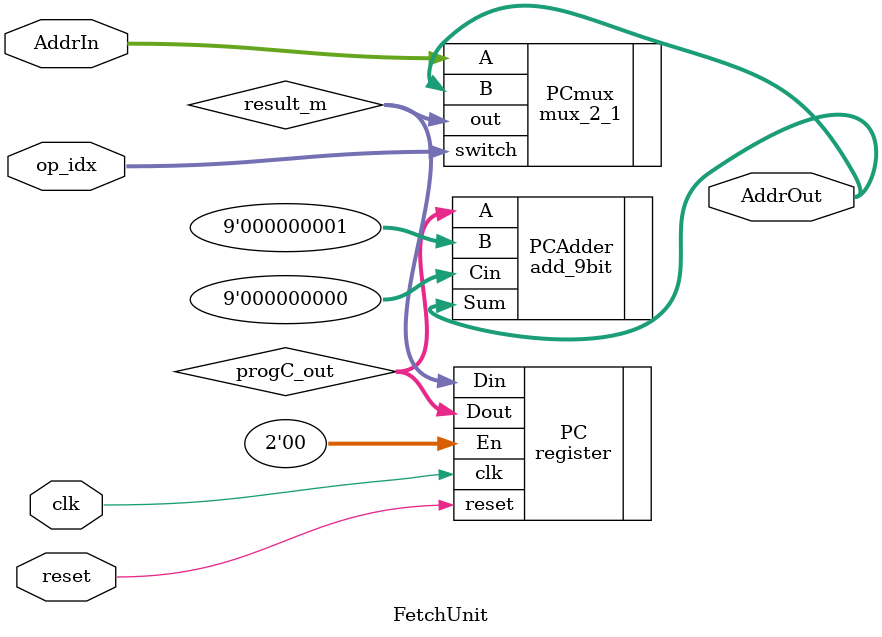
<source format=v>
`timescale 1ns / 1ps

module FetchUnit(input wire clk, reset, 
                 input wire [1:0] op_idx,
                 input wire [8:0] AddrIn,
                 output wire [8:0] AddrOut);
  
    //Wires from mux(result_m) to PC (progC_out) to adder then back to mux (result_a) 
    wire [8:0] progC_out, result_a, result_m;
    
    register PC(
        .clk(clk),
        .reset(reset),
        .En(2'b00),
        .Din(result_m),
        .Dout(progC_out));
    //Adds 1 to the program counter
    add_9bit PCAdder(
        .A(progC_out),
        .B(9'b000000001),
        .Cin(9'b000000000),
        .Sum(AddrOut));
        
    mux_2_1 PCmux(
        .A(AddrIn),
        .B(AddrOut),
        .out(result_m),
        .switch(op_idx));
        
        
endmodule

//testbench
//module fetchUnit_tb();
//reg [8:0] addr_in;
//reg opidx;
//reg reset;
//wire [8:0] addr_out;

//    reg clk;
//    initial begin
//        clk = 1'b0;
//    end
//    always begin
//        #5 clk = ~clk; // Period to be determined
//    end

//FetchUnit fetchUnit0(
//.clk(clk),
//.reset(reset),
//.op_idx(opidx),
//.AddrIn(addr_in),
//.AddrOut(addr_out));


    
//    initial begin
//    reset = 0;
//    opidx = 1'b1;
//    addr_in = 0'b000000000;
//    #5
//    reset = 1;
//    #5
//    reset = 0;
//    opidx = 1'b0;
//    addr_in = 9'b000001111;
//    #5
//    #5
//    addr_in = 9'b011000011;
//    #5
//    #5
//    opidx = 1'b1;
//    #5
//    #5
//    #5
//    #5
//    opidx = 1'b0;
//    addr_in = 9'b000001111;
//    #5
//    #5
//    addr_in = 9'b010010011;
//    #5
//    opidx = 1'b1;
//    #5
//    #5
//    #5
//    #5
//    #5 $finish;

//    end
//endmodule
</source>
